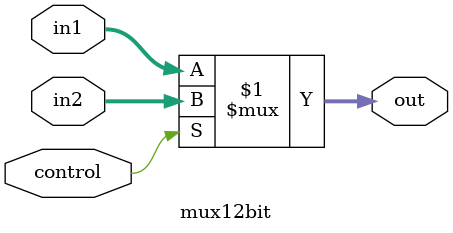
<source format=v>
module mux12bit (in1, in2, control, out);
  input[11:0] in1,in2;
  output[11:0] out;
  input control;
  assign out = (control) ? in2 : in1;
endmodule

</source>
